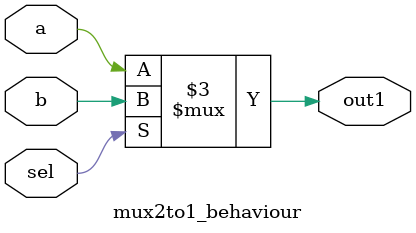
<source format=v>
`timescale 1ns / 1ps

module mux2to1_behaviour(output reg out1,
                         input a,
                         input b,
                         input sel);
always @ (sel,a,b)
  begin
    if (sel)
      out1 = b;
    else
      out1 = a;
  end
endmodule

</source>
